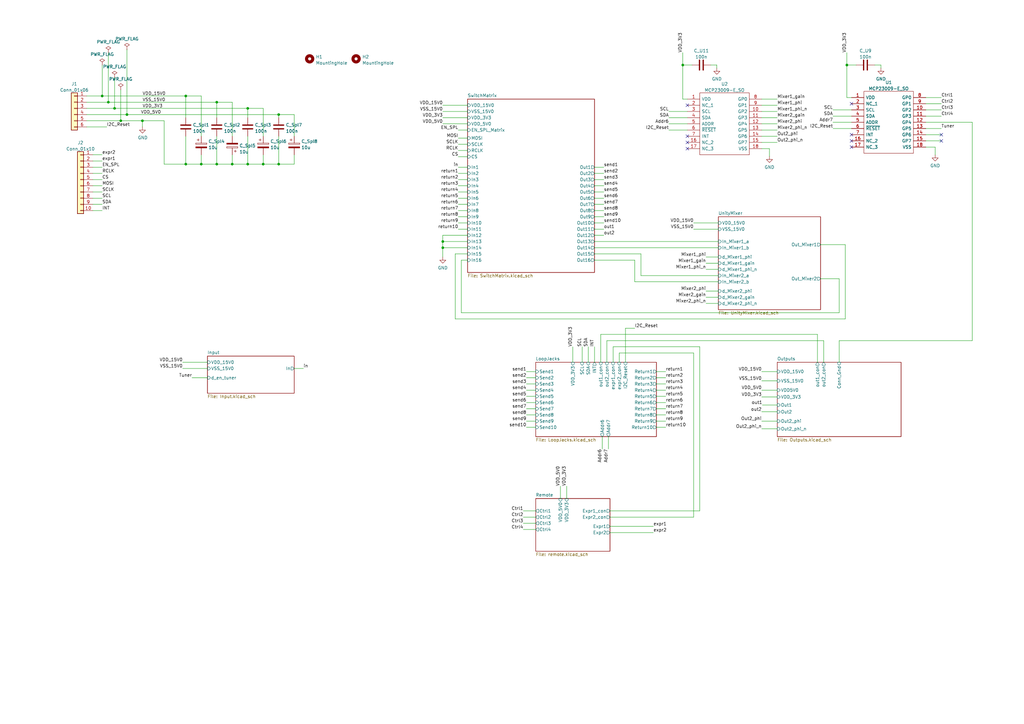
<source format=kicad_sch>
(kicad_sch (version 20211123) (generator eeschema)
  (paper "A3")
  (lib_symbols
    (symbol "Connector_Generic:Conn_01x06" (pin_names (offset 1.016) hide)
      (property "Reference" "J" (at 0 7.62 0))
      (property "Value" "Conn_01x06" (at 0 -10.16 0))
      (symbol "Conn_01x06_1_1"
        (rectangle (start -1.27 -7.493) (end 0 -7.747) (stroke (width 0.1524)))
        (rectangle (start -1.27 -4.953) (end 0 -5.207) (stroke (width 0.1524)))
        (rectangle (start -1.27 -2.413) (end 0 -2.667) (stroke (width 0.1524)))
        (rectangle (start -1.27 0.127) (end 0 -0.127) (stroke (width 0.1524)))
        (rectangle (start -1.27 2.667) (end 0 2.413) (stroke (width 0.1524)))
        (rectangle (start -1.27 5.207) (end 0 4.953) (stroke (width 0.1524)))
        (rectangle (start -1.27 6.35) (end 1.27 -8.89) (stroke (width 0.254)) (fill (type background)))
        (pin passive line (at -5.08 5.08 0) (length 3.81) (name "Pin_1") (number "1"))
        (pin passive line (at -5.08 2.54 0) (length 3.81) (name "Pin_2") (number "2"))
        (pin passive line (at -5.08 0 0) (length 3.81) (name "Pin_3") (number "3"))
        (pin passive line (at -5.08 -2.54 0) (length 3.81) (name "Pin_4") (number "4"))
        (pin passive line (at -5.08 -5.08 0) (length 3.81) (name "Pin_5") (number "5"))
        (pin passive line (at -5.08 -7.62 0) (length 3.81) (name "Pin_6") (number "6"))
      )
    )
    (symbol "Connector_Generic:Conn_01x10" (pin_names (offset 1.016) hide)
      (property "Reference" "J" (at 0 12.7 0))
      (property "Value" "Conn_01x10" (at 0 -15.24 0))
      (symbol "Conn_01x10_1_1"
        (rectangle (start -1.27 -12.573) (end 0 -12.827) (stroke (width 0.1524)))
        (rectangle (start -1.27 -10.033) (end 0 -10.287) (stroke (width 0.1524)))
        (rectangle (start -1.27 -7.493) (end 0 -7.747) (stroke (width 0.1524)))
        (rectangle (start -1.27 -4.953) (end 0 -5.207) (stroke (width 0.1524)))
        (rectangle (start -1.27 -2.413) (end 0 -2.667) (stroke (width 0.1524)))
        (rectangle (start -1.27 0.127) (end 0 -0.127) (stroke (width 0.1524)))
        (rectangle (start -1.27 2.667) (end 0 2.413) (stroke (width 0.1524)))
        (rectangle (start -1.27 5.207) (end 0 4.953) (stroke (width 0.1524)))
        (rectangle (start -1.27 7.747) (end 0 7.493) (stroke (width 0.1524)))
        (rectangle (start -1.27 10.287) (end 0 10.033) (stroke (width 0.1524)))
        (rectangle (start -1.27 11.43) (end 1.27 -13.97) (stroke (width 0.254)) (fill (type background)))
        (pin passive line (at -5.08 10.16 0) (length 3.81) (name "Pin_1") (number "1"))
        (pin passive line (at -5.08 -12.7 0) (length 3.81) (name "Pin_10") (number "10"))
        (pin passive line (at -5.08 7.62 0) (length 3.81) (name "Pin_2") (number "2"))
        (pin passive line (at -5.08 5.08 0) (length 3.81) (name "Pin_3") (number "3"))
        (pin passive line (at -5.08 2.54 0) (length 3.81) (name "Pin_4") (number "4"))
        (pin passive line (at -5.08 0 0) (length 3.81) (name "Pin_5") (number "5"))
        (pin passive line (at -5.08 -2.54 0) (length 3.81) (name "Pin_6") (number "6"))
        (pin passive line (at -5.08 -5.08 0) (length 3.81) (name "Pin_7") (number "7"))
        (pin passive line (at -5.08 -7.62 0) (length 3.81) (name "Pin_8") (number "8"))
        (pin passive line (at -5.08 -10.16 0) (length 3.81) (name "Pin_9") (number "9"))
      )
    )
    (symbol "Device:C" (pin_numbers hide) (pin_names (offset 0.254))
      (property "Reference" "C" (at 0.635 2.54 0))
      (property "Value" "C" (at 0.635 -2.54 0))
      (symbol "C_0_1"
        (polyline (pts (xy -2.032 -0.762) (xy 2.032 -0.762)) (stroke (width 0.508)))
        (polyline (pts (xy -2.032 0.762) (xy 2.032 0.762)) (stroke (width 0.508)))
      )
      (symbol "C_1_1"
        (pin passive line (at 0 3.81 270) (length 2.794) (name "~") (number "1"))
        (pin passive line (at 0 -3.81 90) (length 2.794) (name "~") (number "2"))
      )
    )
    (symbol "Device:C_Polarized" (pin_numbers hide) (pin_names (offset 0.254))
      (property "Reference" "C" (at 0.635 2.54 0))
      (property "Value" "C_Polarized" (at 0.635 -2.54 0))
      (symbol "C_Polarized_0_1"
        (rectangle (start -2.286 0.508) (end 2.286 1.016))
        (polyline (pts (xy -1.778 2.286) (xy -0.762 2.286)))
        (polyline (pts (xy -1.27 2.794) (xy -1.27 1.778)))
        (rectangle (start 2.286 -0.508) (end -2.286 -1.016) (fill (type outline)))
      )
      (symbol "C_Polarized_1_1"
        (pin passive line (at 0 3.81 270) (length 2.794) (name "~") (number "1"))
        (pin passive line (at 0 -3.81 90) (length 2.794) (name "~") (number "2"))
      )
    )
    (symbol "Mechanical:MountingHole" (pin_names (offset 1.016))
      (property "Reference" "H" (at 0 5.08 0))
      (property "Value" "MountingHole" (at 0 3.175 0))
      (symbol "MountingHole_0_1"
        (circle (center 0 0) (radius 1.27) (stroke (width 1.27)))
      )
    )
    (symbol "SamacSys_Parts:MCP23009-E_SO" (pin_names (offset 0.762))
      (property "Reference" "IC" (at 26.67 7.62 0))
      (property "Value" "MCP23009-E_SO" (at 26.67 5.08 0))
      (symbol "MCP23009-E_SO_0_0"
        (pin passive line (at 0 0 0) (length 5.08) (name "VDD") (number "1"))
        (pin passive line (at 30.48 -5.08 180) (length 5.08) (name "GP2") (number "10"))
        (pin passive line (at 30.48 -7.62 180) (length 5.08) (name "GP3") (number "11"))
        (pin passive line (at 30.48 -10.16 180) (length 5.08) (name "GP4") (number "12"))
        (pin passive line (at 30.48 -12.7 180) (length 5.08) (name "GP5") (number "13"))
        (pin passive line (at 30.48 -15.24 180) (length 5.08) (name "GP6") (number "14"))
        (pin passive line (at 30.48 -17.78 180) (length 5.08) (name "GP7") (number "15"))
        (pin passive line (at 0 -17.78 0) (length 5.08) (name "NC_2") (number "16"))
        (pin passive line (at 0 -20.32 0) (length 5.08) (name "NC_3") (number "17"))
        (pin passive line (at 30.48 -20.32 180) (length 5.08) (name "VSS") (number "18"))
        (pin passive line (at 0 -2.54 0) (length 5.08) (name "NC_1") (number "2"))
        (pin passive line (at 0 -5.08 0) (length 5.08) (name "SCL") (number "3"))
        (pin passive line (at 0 -7.62 0) (length 5.08) (name "SDA") (number "4"))
        (pin passive line (at 0 -10.16 0) (length 5.08) (name "ADDR") (number "5"))
        (pin passive line (at 0 -12.7 0) (length 5.08) (name "~{RESET}") (number "6"))
        (pin passive line (at 0 -15.24 0) (length 5.08) (name "INT") (number "7"))
        (pin passive line (at 30.48 0 180) (length 5.08) (name "GP0") (number "8"))
        (pin passive line (at 30.48 -2.54 180) (length 5.08) (name "GP1") (number "9"))
      )
      (symbol "MCP23009-E_SO_0_1"
        (polyline (pts (xy 5.08 2.54) (xy 25.4 2.54) (xy 25.4 -22.86) (xy 5.08 -22.86) (xy 5.08 2.54)) (stroke (width 0.1524)))
      )
    )
    (symbol "power:GND" (power) (pin_names (offset 0))
      (property "Value" "GND" (at 0 -3.81 0))
      (symbol "GND_0_1"
        (polyline (pts (xy 0 0) (xy 0 -1.27) (xy 1.27 -1.27) (xy 0 -2.54) (xy -1.27 -1.27) (xy 0 -1.27)))
      )
      (symbol "GND_1_1"
        (pin power_in line (at 0 0 270) (length 0) hide (name "GND") (number "1"))
      )
    )
    (symbol "power:PWR_FLAG" (power) (pin_numbers hide) (pin_names (offset 0) hide)
      (property "Value" "PWR_FLAG" (at 0 3.81 0))
      (symbol "PWR_FLAG_0_0"
        (pin power_out line (at 0 0 90) (length 0) (name "pwr") (number "1"))
      )
      (symbol "PWR_FLAG_0_1"
        (polyline (pts (xy 0 0) (xy 0 1.27) (xy -1.016 1.905) (xy 0 2.54) (xy 1.016 1.905) (xy 0 1.27)))
      )
    )
  )
  (junction (at 76.2 67.31))
  (junction (at 101.6 44.45))
  (junction (at 114.3 46.99))
  (junction (at 107.95 67.31))
  (junction (at 41.91 39.37))
  (junction (at 88.9 67.31))
  (junction (at 58.42 49.53))
  (junction (at 46.99 44.45))
  (junction (at 76.2 39.37))
  (junction (at 101.6 67.31))
  (junction (at 181.61 101.6))
  (junction (at 347.345 26.67))
  (junction (at 181.61 99.06))
  (junction (at 280.035 26.67))
  (junction (at 95.25 67.31))
  (junction (at 52.07 46.99))
  (junction (at 114.3 67.31))
  (junction (at 44.45 41.91))
  (junction (at 49.53 49.53))
  (junction (at 82.55 67.31))
  (junction (at 88.9 41.91))
  (no_connect (at 281.94 58.42))
  (no_connect (at 281.94 60.96))
  (no_connect (at 281.94 55.88))
  (no_connect (at 386.08 55.245))
  (no_connect (at 386.08 57.785))
  (no_connect (at 349.25 57.785))
  (no_connect (at 349.25 55.245))
  (no_connect (at 349.25 60.325))
  (no_connect (at 281.94 43.18))
  (no_connect (at 349.25 42.545))
  (wire (pts (xy 214.63 209.55) (xy 219.71 209.55)))
  (wire (pts (xy 38.1 73.66) (xy 41.91 73.66)))
  (wire (pts (xy 289.56 124.46) (xy 294.64 124.46)))
  (wire (pts (xy 312.42 60.96) (xy 315.595 60.96)))
  (wire (pts (xy 243.84 91.44) (xy 247.65 91.44)))
  (wire (pts (xy 38.1 66.04) (xy 41.91 66.04)))
  (wire (pts (xy 124.46 151.13) (xy 120.65 151.13)))
  (wire (pts (xy 243.84 93.98) (xy 247.65 93.98)))
  (wire (pts (xy 95.25 63.5) (xy 95.25 67.31)))
  (wire (pts (xy 214.63 212.09) (xy 219.71 212.09)))
  (wire (pts (xy 191.77 45.72) (xy 181.61 45.72)))
  (wire (pts (xy 107.95 67.31) (xy 114.3 67.31)))
  (wire (pts (xy 219.71 167.64) (xy 215.9 167.64)))
  (wire (pts (xy 344.17 128.27) (xy 189.23 128.27)))
  (wire (pts (xy 101.6 44.45) (xy 107.95 44.45)))
  (wire (pts (xy 85.09 154.94) (xy 78.74 154.94)))
  (wire (pts (xy 52.07 20.32) (xy 52.07 46.99)))
  (wire (pts (xy 243.84 81.28) (xy 247.65 81.28)))
  (wire (pts (xy 250.19 212.09) (xy 284.48 212.09)))
  (wire (pts (xy 273.05 165.1) (xy 269.24 165.1)))
  (wire (pts (xy 181.61 96.52) (xy 181.61 99.06)))
  (wire (pts (xy 82.55 39.37) (xy 82.55 55.88)))
  (wire (pts (xy 243.84 96.52) (xy 247.65 96.52)))
  (wire (pts (xy 243.84 83.82) (xy 247.65 83.82)))
  (wire (pts (xy 38.1 68.58) (xy 41.91 68.58)))
  (wire (pts (xy 95.25 67.31) (xy 101.6 67.31)))
  (wire (pts (xy 318.77 58.42) (xy 312.42 58.42)))
  (wire (pts (xy 254 148.59) (xy 254 144.78)))
  (wire (pts (xy 191.77 56.642) (xy 187.96 56.642)))
  (wire (pts (xy 35.56 46.99) (xy 52.07 46.99)))
  (wire (pts (xy 219.71 172.72) (xy 215.9 172.72)))
  (wire (pts (xy 273.05 175.26) (xy 269.24 175.26)))
  (wire (pts (xy 273.05 162.56) (xy 269.24 162.56)))
  (wire (pts (xy 114.3 46.99) (xy 114.3 48.26)))
  (wire (pts (xy 238.76 142.24) (xy 238.76 148.59)))
  (wire (pts (xy 379.73 42.545) (xy 386.08 42.545)))
  (wire (pts (xy 67.31 49.53) (xy 67.31 67.31)))
  (wire (pts (xy 191.77 53.34) (xy 187.96 53.34)))
  (wire (pts (xy 187.96 71.12) (xy 191.77 71.12)))
  (wire (pts (xy 191.77 61.722) (xy 187.96 61.722)))
  (wire (pts (xy 251.46 148.59) (xy 251.46 142.24)))
  (wire (pts (xy 273.05 172.72) (xy 269.24 172.72)))
  (wire (pts (xy 35.56 49.53) (xy 49.53 49.53)))
  (wire (pts (xy 52.07 46.99) (xy 114.3 46.99)))
  (wire (pts (xy 294.64 93.98) (xy 284.48 93.98)))
  (wire (pts (xy 347.345 26.67) (xy 347.345 40.005)))
  (wire (pts (xy 243.84 88.9) (xy 247.65 88.9)))
  (wire (pts (xy 246.38 148.59) (xy 246.38 137.16)))
  (wire (pts (xy 46.99 44.45) (xy 101.6 44.45)))
  (wire (pts (xy 383.54 60.325) (xy 383.54 63.5)))
  (wire (pts (xy 262.89 113.03) (xy 294.64 113.03)))
  (wire (pts (xy 361.315 27.94) (xy 361.315 26.67)))
  (wire (pts (xy 241.3 142.24) (xy 241.3 148.59)))
  (wire (pts (xy 191.77 43.18) (xy 181.61 43.18)))
  (wire (pts (xy 187.96 88.9) (xy 191.77 88.9)))
  (wire (pts (xy 344.17 139.7) (xy 398.78 139.7)))
  (wire (pts (xy 219.71 170.18) (xy 215.9 170.18)))
  (wire (pts (xy 273.05 152.4) (xy 269.24 152.4)))
  (wire (pts (xy 248.92 139.7) (xy 248.92 148.59)))
  (wire (pts (xy 336.55 114.3) (xy 344.17 114.3)))
  (wire (pts (xy 280.035 21.59) (xy 280.035 26.67)))
  (wire (pts (xy 249.555 179.07) (xy 249.555 184.15)))
  (wire (pts (xy 312.42 162.814) (xy 318.77 162.814)))
  (wire (pts (xy 273.05 157.48) (xy 269.24 157.48)))
  (wire (pts (xy 361.315 26.67) (xy 358.775 26.67)))
  (wire (pts (xy 107.95 67.31) (xy 107.95 63.5)))
  (wire (pts (xy 243.84 106.68) (xy 260.35 106.68)))
  (wire (pts (xy 262.89 104.14) (xy 262.89 113.03)))
  (wire (pts (xy 187.96 83.82) (xy 191.77 83.82)))
  (wire (pts (xy 214.63 214.63) (xy 219.71 214.63)))
  (wire (pts (xy 114.3 67.31) (xy 120.65 67.31)))
  (wire (pts (xy 379.73 45.085) (xy 386.08 45.085)))
  (wire (pts (xy 114.3 46.99) (xy 120.65 46.99)))
  (wire (pts (xy 181.61 105.41) (xy 181.61 101.6)))
  (wire (pts (xy 191.77 59.182) (xy 187.96 59.182)))
  (wire (pts (xy 88.9 55.88) (xy 88.9 67.31)))
  (wire (pts (xy 187.96 73.66) (xy 191.77 73.66)))
  (wire (pts (xy 49.53 49.53) (xy 58.42 49.53)))
  (wire (pts (xy 379.73 47.625) (xy 386.08 47.625)))
  (wire (pts (xy 274.32 48.26) (xy 281.94 48.26)))
  (wire (pts (xy 187.96 93.98) (xy 191.77 93.98)))
  (wire (pts (xy 82.55 63.5) (xy 82.55 67.31)))
  (wire (pts (xy 294.64 91.44) (xy 284.48 91.44)))
  (wire (pts (xy 191.77 50.8) (xy 181.61 50.8)))
  (wire (pts (xy 38.1 76.2) (xy 41.91 76.2)))
  (wire (pts (xy 243.84 99.06) (xy 294.64 99.06)))
  (wire (pts (xy 101.6 67.31) (xy 107.95 67.31)))
  (wire (pts (xy 256.54 148.59) (xy 256.54 134.62)))
  (wire (pts (xy 243.84 142.24) (xy 243.84 148.59)))
  (wire (pts (xy 191.77 64.262) (xy 187.96 64.262)))
  (wire (pts (xy 312.42 172.72) (xy 318.77 172.72)))
  (wire (pts (xy 379.73 55.245) (xy 386.08 55.245)))
  (wire (pts (xy 315.595 60.96) (xy 315.595 64.135)))
  (wire (pts (xy 187.96 76.2) (xy 191.77 76.2)))
  (wire (pts (xy 312.42 175.895) (xy 318.77 175.895)))
  (wire (pts (xy 349.25 40.005) (xy 347.345 40.005)))
  (wire (pts (xy 273.05 160.02) (xy 269.24 160.02)))
  (wire (pts (xy 219.71 175.26) (xy 215.9 175.26)))
  (wire (pts (xy 88.9 41.91) (xy 88.9 48.26)))
  (wire (pts (xy 294.005 26.67) (xy 291.465 26.67)))
  (wire (pts (xy 219.71 157.48) (xy 215.9 157.48)))
  (wire (pts (xy 287.02 142.24) (xy 287.02 209.55)))
  (wire (pts (xy 38.1 83.82) (xy 41.91 83.82)))
  (wire (pts (xy 76.2 67.31) (xy 82.55 67.31)))
  (wire (pts (xy 280.035 26.67) (xy 283.845 26.67)))
  (wire (pts (xy 346.71 130.81) (xy 186.69 130.81)))
  (wire (pts (xy 58.42 49.53) (xy 58.42 52.07)))
  (wire (pts (xy 38.1 81.28) (xy 41.91 81.28)))
  (wire (pts (xy 337.82 139.7) (xy 248.92 139.7)))
  (wire (pts (xy 246.38 137.16) (xy 335.28 137.16)))
  (wire (pts (xy 232.41 199.39) (xy 232.41 204.47)))
  (wire (pts (xy 88.9 41.91) (xy 95.25 41.91)))
  (wire (pts (xy 318.77 45.72) (xy 312.42 45.72)))
  (wire (pts (xy 38.1 78.74) (xy 41.91 78.74)))
  (wire (pts (xy 181.61 99.06) (xy 181.61 101.6)))
  (wire (pts (xy 379.73 52.705) (xy 386.08 52.705)))
  (wire (pts (xy 312.42 40.64) (xy 318.77 40.64)))
  (wire (pts (xy 280.035 26.67) (xy 280.035 40.64)))
  (wire (pts (xy 107.95 44.45) (xy 107.95 55.88)))
  (wire (pts (xy 35.56 41.91) (xy 44.45 41.91)))
  (wire (pts (xy 312.42 152.4) (xy 318.77 152.4)))
  (wire (pts (xy 76.2 55.88) (xy 76.2 67.31)))
  (wire (pts (xy 229.87 199.39) (xy 229.87 204.47)))
  (wire (pts (xy 120.65 67.31) (xy 120.65 63.5)))
  (wire (pts (xy 347.345 21.59) (xy 347.345 26.67)))
  (wire (pts (xy 260.35 106.68) (xy 260.35 115.57)))
  (wire (pts (xy 341.63 47.625) (xy 349.25 47.625)))
  (wire (pts (xy 76.2 39.37) (xy 76.2 48.26)))
  (wire (pts (xy 82.55 67.31) (xy 88.9 67.31)))
  (wire (pts (xy 260.35 115.57) (xy 294.64 115.57)))
  (wire (pts (xy 101.6 55.88) (xy 101.6 67.31)))
  (wire (pts (xy 243.84 104.14) (xy 262.89 104.14)))
  (wire (pts (xy 219.71 152.4) (xy 215.9 152.4)))
  (wire (pts (xy 336.55 100.33) (xy 346.71 100.33)))
  (wire (pts (xy 38.1 63.5) (xy 41.91 63.5)))
  (wire (pts (xy 219.71 160.02) (xy 215.9 160.02)))
  (wire (pts (xy 289.56 121.92) (xy 294.64 121.92)))
  (wire (pts (xy 187.96 86.36) (xy 191.77 86.36)))
  (wire (pts (xy 101.6 44.45) (xy 101.6 48.26)))
  (wire (pts (xy 289.56 119.38) (xy 294.64 119.38)))
  (wire (pts (xy 273.05 154.94) (xy 269.24 154.94)))
  (wire (pts (xy 243.84 71.12) (xy 247.65 71.12)))
  (wire (pts (xy 273.05 170.18) (xy 269.24 170.18)))
  (wire (pts (xy 41.91 39.37) (xy 76.2 39.37)))
  (wire (pts (xy 114.3 55.88) (xy 114.3 67.31)))
  (wire (pts (xy 181.61 99.06) (xy 191.77 99.06)))
  (wire (pts (xy 243.84 76.2) (xy 247.65 76.2)))
  (wire (pts (xy 35.56 39.37) (xy 41.91 39.37)))
  (wire (pts (xy 250.19 218.44) (xy 267.97 218.44)))
  (wire (pts (xy 379.73 50.165) (xy 398.78 50.165)))
  (wire (pts (xy 344.17 114.3) (xy 344.17 128.27)))
  (wire (pts (xy 44.45 41.91) (xy 88.9 41.91)))
  (wire (pts (xy 247.015 179.07) (xy 247.015 184.15)))
  (wire (pts (xy 219.71 162.56) (xy 215.9 162.56)))
  (wire (pts (xy 273.05 167.64) (xy 269.24 167.64)))
  (wire (pts (xy 85.09 151.13) (xy 74.93 151.13)))
  (wire (pts (xy 312.42 50.8) (xy 318.77 50.8)))
  (wire (pts (xy 219.71 165.1) (xy 215.9 165.1)))
  (wire (pts (xy 44.45 21.59) (xy 44.45 41.91)))
  (wire (pts (xy 187.96 81.28) (xy 191.77 81.28)))
  (wire (pts (xy 38.1 71.12) (xy 41.91 71.12)))
  (wire (pts (xy 289.56 107.95) (xy 294.64 107.95)))
  (wire (pts (xy 341.63 52.705) (xy 349.25 52.705)))
  (wire (pts (xy 187.96 91.44) (xy 191.77 91.44)))
  (wire (pts (xy 312.42 156.21) (xy 318.77 156.21)))
  (wire (pts (xy 76.2 39.37) (xy 82.55 39.37)))
  (wire (pts (xy 274.32 50.8) (xy 281.94 50.8)))
  (wire (pts (xy 256.54 134.62) (xy 260.35 134.62)))
  (wire (pts (xy 186.69 130.81) (xy 186.69 104.14)))
  (wire (pts (xy 274.32 45.72) (xy 281.94 45.72)))
  (wire (pts (xy 187.96 68.58) (xy 191.77 68.58)))
  (wire (pts (xy 41.91 26.67) (xy 41.91 39.37)))
  (wire (pts (xy 219.71 154.94) (xy 215.9 154.94)))
  (wire (pts (xy 250.19 209.55) (xy 287.02 209.55)))
  (wire (pts (xy 189.23 128.27) (xy 189.23 106.68)))
  (wire (pts (xy 49.53 36.83) (xy 49.53 49.53)))
  (wire (pts (xy 289.56 110.49) (xy 294.64 110.49)))
  (wire (pts (xy 181.61 96.52) (xy 191.77 96.52)))
  (wire (pts (xy 243.84 101.6) (xy 294.64 101.6)))
  (wire (pts (xy 243.84 86.36) (xy 247.65 86.36)))
  (wire (pts (xy 191.77 48.26) (xy 181.61 48.26)))
  (wire (pts (xy 294.005 27.94) (xy 294.005 26.67)))
  (wire (pts (xy 186.69 104.14) (xy 191.77 104.14)))
  (wire (pts (xy 181.61 101.6) (xy 191.77 101.6)))
  (wire (pts (xy 243.84 73.66) (xy 247.65 73.66)))
  (wire (pts (xy 214.63 217.17) (xy 219.71 217.17)))
  (wire (pts (xy 312.42 55.88) (xy 318.77 55.88)))
  (wire (pts (xy 35.56 44.45) (xy 46.99 44.45)))
  (wire (pts (xy 312.42 48.26) (xy 318.77 48.26)))
  (wire (pts (xy 46.99 31.75) (xy 46.99 44.45)))
  (wire (pts (xy 312.674 166.116) (xy 318.77 166.116)))
  (wire (pts (xy 274.32 53.34) (xy 281.94 53.34)))
  (wire (pts (xy 318.77 53.34) (xy 312.42 53.34)))
  (wire (pts (xy 35.56 52.07) (xy 43.815 52.07)))
  (wire (pts (xy 95.25 41.91) (xy 95.25 55.88)))
  (wire (pts (xy 254 144.78) (xy 284.48 144.78)))
  (wire (pts (xy 88.9 67.31) (xy 95.25 67.31)))
  (wire (pts (xy 341.63 45.085) (xy 349.25 45.085)))
  (wire (pts (xy 284.48 144.78) (xy 284.48 212.09)))
  (wire (pts (xy 243.84 78.74) (xy 247.65 78.74)))
  (wire (pts (xy 251.46 142.24) (xy 287.02 142.24)))
  (wire (pts (xy 58.42 49.53) (xy 67.31 49.53)))
  (wire (pts (xy 337.82 148.59) (xy 337.82 139.7)))
  (wire (pts (xy 379.73 40.005) (xy 386.08 40.005)))
  (wire (pts (xy 243.84 68.58) (xy 247.65 68.58)))
  (wire (pts (xy 346.71 100.33) (xy 346.71 130.81)))
  (wire (pts (xy 187.96 78.74) (xy 191.77 78.74)))
  (wire (pts (xy 120.65 46.99) (xy 120.65 55.88)))
  (wire (pts (xy 234.95 142.24) (xy 234.95 148.59)))
  (wire (pts (xy 67.31 67.31) (xy 76.2 67.31)))
  (wire (pts (xy 189.23 106.68) (xy 191.77 106.68)))
  (wire (pts (xy 250.19 215.9) (xy 267.97 215.9)))
  (wire (pts (xy 85.09 148.59) (xy 74.93 148.59)))
  (wire (pts (xy 289.56 105.41) (xy 294.64 105.41)))
  (wire (pts (xy 312.42 160.02) (xy 318.77 160.02)))
  (wire (pts (xy 335.28 137.16) (xy 335.28 148.59)))
  (wire (pts (xy 341.63 50.165) (xy 349.25 50.165)))
  (wire (pts (xy 347.345 26.67) (xy 351.155 26.67)))
  (wire (pts (xy 379.73 57.785) (xy 386.08 57.785)))
  (wire (pts (xy 379.73 60.325) (xy 383.54 60.325)))
  (wire (pts (xy 312.42 43.18) (xy 318.77 43.18)))
  (wire (pts (xy 312.42 168.91) (xy 318.77 168.91)))
  (wire (pts (xy 38.1 86.36) (xy 41.91 86.36)))
  (wire (pts (xy 398.78 50.165) (xy 398.78 139.7)))
  (wire (pts (xy 344.17 148.59) (xy 344.17 139.7)))
  (wire (pts (xy 280.035 40.64) (xy 281.94 40.64)))
  (label "INT" (at 41.91 86.36 0))
  (label "return5" (at 187.96 81.28 180))
  (label "return5" (at 273.05 162.56 0))
  (label "Mixer2_phi" (at 318.77 50.8 0))
  (label "send8" (at 215.9 170.18 180))
  (label "expr1" (at 267.97 215.9 0))
  (label "send2" (at 215.9 154.94 180))
  (label "SCLK" (at 187.96 59.182 180))
  (label "Mixer1_gain" (at 318.77 40.64 0))
  (label "send9" (at 247.65 88.9 0))
  (label "Mixer1_gain" (at 289.56 107.95 180))
  (label "EN_SPL" (at 187.96 53.34 180))
  (label "SDA" (at 274.32 48.26 180))
  (label "return1" (at 187.96 71.12 180))
  (label "VSS_15V0" (at 58.42 41.91 0))
  (label "send6" (at 247.65 81.28 0))
  (label "Out2_phi" (at 318.77 55.88 0))
  (label "out2" (at 312.42 168.91 180))
  (label "VDD_15V0" (at 74.93 148.59 180))
  (label "send4" (at 215.9 160.02 180))
  (label "SDA" (at 41.91 83.82 0))
  (label "return1" (at 273.05 152.4 0))
  (label "SDA" (at 241.3 142.24 90))
  (label "Mixer2_phi" (at 289.56 119.38 180))
  (label "send8" (at 247.65 86.36 0))
  (label "CS" (at 41.91 73.66 0))
  (label "Ctrl3" (at 214.63 214.63 180))
  (label "send5" (at 215.9 162.56 180))
  (label "SCL" (at 238.76 142.24 90))
  (label "VDD_3V3" (at 312.42 162.814 180))
  (label "expr1" (at 41.91 66.04 0))
  (label "VSS_15V0" (at 312.42 156.21 180))
  (label "VSS_15V0" (at 181.61 45.72 180))
  (label "SCLK" (at 41.91 78.74 0))
  (label "VDD_3V3" (at 280.035 21.59 90))
  (label "Addr7" (at 249.555 184.15 270))
  (label "send1" (at 247.65 68.58 0))
  (label "return10" (at 187.96 93.98 180))
  (label "return4" (at 273.05 160.02 0))
  (label "VDD_3V3" (at 234.95 142.24 90))
  (label "send3" (at 215.9 157.48 180))
  (label "VDD_5V0" (at 312.42 160.02 180))
  (label "out2" (at 247.65 96.52 0))
  (label "return3" (at 273.05 157.48 0))
  (label "Out2_phi_n" (at 318.77 58.42 0))
  (label "send6" (at 215.9 165.1 180))
  (label "INT" (at 243.84 142.24 90))
  (label "Mixer2_phi_n" (at 289.56 124.46 180))
  (label "Addr7" (at 341.63 50.165 180))
  (label "Tuner" (at 386.08 52.705 0))
  (label "VDD_5V0" (at 229.87 199.39 90))
  (label "Ctrl1" (at 386.08 40.005 0))
  (label "expr2" (at 267.97 218.44 0))
  (label "return2" (at 273.05 154.94 0))
  (label "Tuner" (at 78.74 154.94 180))
  (label "return6" (at 187.96 83.82 180))
  (label "Ctrl3" (at 386.08 45.085 0))
  (label "Mixer2_phi_n" (at 318.77 53.34 0))
  (label "send5" (at 247.65 78.74 0))
  (label "out1" (at 312.674 166.116 180))
  (label "return7" (at 273.05 167.64 0))
  (label "SDA" (at 341.63 47.625 180))
  (label "Mixer2_gain" (at 289.56 121.92 180))
  (label "VDD_5V0" (at 181.61 50.8 180))
  (label "out1" (at 247.65 93.98 0))
  (label "RCLK" (at 187.96 61.722 180))
  (label "send7" (at 215.9 167.64 180))
  (label "return10" (at 273.05 175.26 0))
  (label "Mixer1_phi_n" (at 318.77 45.72 0))
  (label "Ctrl4" (at 214.63 217.17 180))
  (label "send7" (at 247.65 83.82 0))
  (label "Mixer1_phi" (at 289.56 105.41 180))
  (label "return2" (at 187.96 73.66 180))
  (label "EN_SPL" (at 41.91 68.58 0))
  (label "VDD_5V0" (at 66.04 46.99 180))
  (label "Mixer2_gain" (at 318.77 48.26 0))
  (label "return7" (at 187.96 86.36 180))
  (label "Ctrl4" (at 386.08 47.625 0))
  (label "send10" (at 247.65 91.44 0))
  (label "Ctrl2" (at 386.08 42.545 0))
  (label "MOSI" (at 41.91 76.2 0))
  (label "send1" (at 215.9 152.4 180))
  (label "VDD_15V0" (at 181.61 43.18 180))
  (label "Mixer1_phi" (at 318.77 43.18 0))
  (label "VDD_15V0" (at 284.48 91.44 180))
  (label "Out2_phi_n" (at 312.42 175.895 180))
  (label "send4" (at 247.65 76.2 0))
  (label "MOSI" (at 187.96 56.642 180))
  (label "return9" (at 273.05 172.72 0))
  (label "VDD_3V3" (at 58.42 44.45 0))
  (label "SCL" (at 41.91 81.28 0))
  (label "VSS_15V0" (at 74.93 151.13 180))
  (label "Ctrl2" (at 214.63 212.09 180))
  (label "in" (at 187.96 68.58 180))
  (label "I2C_Reset" (at 260.35 134.62 0))
  (label "return6" (at 273.05 165.1 0))
  (label "VDD_3V3" (at 347.345 21.59 90))
  (label "Mixer1_phi_n" (at 289.56 110.49 180))
  (label "Addr6" (at 247.015 184.15 270))
  (label "send9" (at 215.9 172.72 180))
  (label "send10" (at 215.9 175.26 180))
  (label "return8" (at 187.96 88.9 180))
  (label "SCL" (at 341.63 45.085 180))
  (label "send2" (at 247.65 71.12 0))
  (label "RCLK" (at 41.91 71.12 0))
  (label "in" (at 124.46 151.13 0))
  (label "Ctrl1" (at 214.63 209.55 180))
  (label "return9" (at 187.96 91.44 180))
  (label "Out2_phi" (at 312.42 172.72 180))
  (label "VDD_3V3" (at 181.61 48.26 180))
  (label "expr2" (at 41.91 63.5 0))
  (label "VDD_15V0" (at 312.42 152.4 180))
  (label "I2C_Reset" (at 341.63 52.705 180))
  (label "Addr6" (at 274.32 50.8 180))
  (label "VDD_15V0" (at 58.42 39.37 0))
  (label "send3" (at 247.65 73.66 0))
  (label "return4" (at 187.96 78.74 180))
  (label "VDD_3V3" (at 232.41 199.39 90))
  (label "I2C_Reset" (at 274.32 53.34 180))
  (label "return8" (at 273.05 170.18 0))
  (label "VSS_15V0" (at 284.48 93.98 180))
  (label "I2C_Reset" (at 43.815 52.07 0))
  (label "return3" (at 187.96 76.2 180))
  (label "CS" (at 187.96 64.262 180))
  (label "SCL" (at 274.32 45.72 180))
  (symbol (lib_id "power:GND") (at 58.42 52.07 0) (unit 1)
    (property "Reference" "#PWR0125" (effects hide))
    (property "Value" "GND" (at 58.547 56.4642 0))
  )
  (symbol (lib_id "power:PWR_FLAG") (at 41.91 26.67 0) (unit 1)
    (property "Reference" "#FLG0101" (effects hide))
    (property "Value" "PWR_FLAG" (at 41.91 22.2758 0))
  )
  (symbol (lib_id "power:PWR_FLAG") (at 44.45 21.59 0) (unit 1)
    (property "Reference" "#FLG0102" (effects hide))
    (property "Value" "PWR_FLAG" (at 44.45 17.1958 0))
  )
  (symbol (lib_id "power:PWR_FLAG") (at 46.99 31.75 0) (unit 1)
    (property "Reference" "#FLG0103" (effects hide))
    (property "Value" "PWR_FLAG" (at 46.99 27.3558 0))
  )
  (symbol (lib_id "power:PWR_FLAG") (at 49.53 36.83 0) (unit 1)
    (property "Reference" "#FLG0104" (effects hide))
    (property "Value" "PWR_FLAG" (at 49.53 32.4358 0))
  )
  (symbol (lib_id "power:GND") (at 383.54 63.5 0) (unit 1)
    (property "Reference" "#PWR076" (effects hide))
    (property "Value" "GND" (at 383.54 67.9434 0))
  )
  (symbol (lib_id "Device:C_Polarized") (at 120.65 59.69 0) (unit 1)
    (property "Reference" "C_Spl8" (at 123.571 57.9663 0) (effects (justify left)))
    (property "Value" "10u" (at 123.571 60.5032 0) (effects (justify left)))
    (property "Footprint" "Capacitor_SMD:C_Elec_4x5.4" (effects hide))
  )
  (symbol (lib_id "Connector_Generic:Conn_01x10") (at 33.02 73.66 0) (mirror y) (unit 1)
    (property "Reference" "J2" (at 33.02 58.5302 0))
    (property "Value" "Conn_01x10" (at 33.02 61.0671 0))
    (property "Footprint" "Connector_JST:JST_PH_B10B-PH-K_1x10_P2.00mm_Vertical" (effects hide))
  )
  (symbol (lib_id "Device:C") (at 76.2 52.07 0) (unit 1)
    (property "Reference" "C_Spl1" (at 79.121 51.2353 0) (effects (justify left)))
    (property "Value" "100n" (at 79.121 53.7722 0) (effects (justify left)))
    (property "Footprint" "Capacitor_SMD:C_1206_3216Metric_Pad1.33x1.80mm_HandSolder" (effects hide))
  )
  (symbol (lib_id "Device:C") (at 354.965 26.67 90) (unit 1)
    (property "Reference" "C_U9" (at 354.965 20.8112 90))
    (property "Value" "100n" (at 354.965 23.3481 90))
    (property "Footprint" "Capacitor_SMD:C_1206_3216Metric_Pad1.33x1.80mm_HandSolder" (effects hide))
  )
  (symbol (lib_id "SamacSys_Parts:MCP23009-E_SO") (at 281.94 40.64 0) (unit 1)
    (property "Reference" "U2" (at 297.18 34.451 0))
    (property "Value" "MCP23009-E_SO" (at 297.18 36.9879 0))
    (property "Footprint" "SamacSys_Parts:SOIC127P1030X265-18N" (effects hide))
    (property "Datasheet" "http://ww1.microchip.com/downloads/en/DeviceDoc/20002121C.pdf" (effects hide))
    (property "Description" "8-bit Input/Output Expander, I2C" (effects hide))
    (property "Height" "2.65" (effects hide))
    (property "Manufacturer_Name" "Microchip" (effects hide))
    (property "Manufacturer_Part_Number" "MCP23009-E/SO" (effects hide))
    (property "Mouser Part Number" "579-MCP23009-E/SO" (effects hide))
    (property "Mouser Price/Stock" "https://www.mouser.co.uk/ProductDetail/Microchip-Technology/MCP23009-E-SO?qs=WqWCsLCZBkrVROuSvxwQ1Q%3D%3D" (effects hide))
    (property "Arrow Part Number" "MCP23009-E/SO" (effects hide))
    (property "Arrow Price/Stock" "https://www.arrow.com/en/products/mcp23009-eso/microchip-technology?region=nac" (effects hide))
  )
  (symbol (lib_id "Mechanical:MountingHole") (at 146.05 24.13 0) (unit 1)
    (property "Reference" "H2" (at 148.59 23.2953 0) (effects (justify left)))
    (property "Value" "MountingHole" (at 148.59 25.8322 0) (effects (justify left)))
    (property "Footprint" "MountingHole:MountingHole_3.2mm_M3" (effects hide))
  )
  (symbol (lib_id "Device:C") (at 114.3 52.07 0) (unit 1)
    (property "Reference" "C_Spl7" (at 117.221 51.2353 0) (effects (justify left)))
    (property "Value" "100n" (at 117.221 53.7722 0) (effects (justify left)))
    (property "Footprint" "Capacitor_SMD:C_1206_3216Metric_Pad1.33x1.80mm_HandSolder" (effects hide))
  )
  (symbol (lib_id "Device:C") (at 88.9 52.07 0) (unit 1)
    (property "Reference" "C_Spl2" (at 91.821 51.2353 0) (effects (justify left)))
    (property "Value" "100n" (at 91.821 53.7722 0) (effects (justify left)))
    (property "Footprint" "Capacitor_SMD:C_1206_3216Metric_Pad1.33x1.80mm_HandSolder" (effects hide))
  )
  (symbol (lib_id "power:GND") (at 181.61 105.41 0) (unit 1)
    (property "Reference" "#PWR013" (effects hide))
    (property "Value" "GND" (at 181.61 109.8534 0))
  )
  (symbol (lib_id "Device:C") (at 101.6 52.07 0) (unit 1)
    (property "Reference" "C_Spl3" (at 104.521 51.2353 0) (effects (justify left)))
    (property "Value" "100n" (at 104.521 53.7722 0) (effects (justify left)))
    (property "Footprint" "Capacitor_SMD:C_1206_3216Metric_Pad1.33x1.80mm_HandSolder" (effects hide))
  )
  (symbol (lib_id "power:GND") (at 315.595 64.135 0) (unit 1)
    (property "Reference" "#PWR014" (effects hide))
    (property "Value" "GND" (at 315.595 68.5784 0))
  )
  (symbol (lib_id "power:PWR_FLAG") (at 52.07 20.32 0) (unit 1)
    (property "Reference" "#FLG01" (effects hide))
    (property "Value" "PWR_FLAG" (at 52.07 15.9258 0))
  )
  (symbol (lib_id "power:GND") (at 294.005 27.94 0) (unit 1)
    (property "Reference" "#PWR015" (effects hide))
    (property "Value" "GND" (at 294.005 32.3834 0))
  )
  (symbol (lib_id "SamacSys_Parts:MCP23009-E_SO") (at 349.25 40.005 0) (unit 1)
    (property "Reference" "U1" (at 364.49 33.816 0))
    (property "Value" "MCP23009-E_SO" (at 364.49 36.3529 0))
    (property "Footprint" "SamacSys_Parts:SOIC127P1030X265-18N" (effects hide))
    (property "Datasheet" "http://ww1.microchip.com/downloads/en/DeviceDoc/20002121C.pdf" (effects hide))
    (property "Description" "8-bit Input/Output Expander, I2C" (effects hide))
    (property "Height" "2.65" (effects hide))
    (property "Manufacturer_Name" "Microchip" (effects hide))
    (property "Manufacturer_Part_Number" "MCP23009-E/SO" (effects hide))
    (property "Mouser Part Number" "579-MCP23009-E/SO" (effects hide))
    (property "Mouser Price/Stock" "https://www.mouser.co.uk/ProductDetail/Microchip-Technology/MCP23009-E-SO?qs=WqWCsLCZBkrVROuSvxwQ1Q%3D%3D" (effects hide))
    (property "Arrow Part Number" "MCP23009-E/SO" (effects hide))
    (property "Arrow Price/Stock" "https://www.arrow.com/en/products/mcp23009-eso/microchip-technology?region=nac" (effects hide))
  )
  (symbol (lib_id "Connector_Generic:Conn_01x06") (at 30.48 44.45 0) (mirror y) (unit 1)
    (property "Reference" "J1" (at 30.48 34.4002 0))
    (property "Value" "Conn_01x06" (at 30.48 36.9371 0))
    (property "Footprint" "Connector_JST:JST_PH_B6B-PH-K_1x06_P2.00mm_Vertical" (effects hide))
  )
  (symbol (lib_id "Device:C_Polarized") (at 95.25 59.69 180) (unit 1)
    (property "Reference" "C_Spl5" (at 98.171 59.7443 0) (effects (justify right)))
    (property "Value" "10u" (at 98.171 62.2812 0) (effects (justify right)))
    (property "Footprint" "Capacitor_SMD:C_Elec_4x5.4" (effects hide))
  )
  (symbol (lib_id "Device:C_Polarized") (at 107.95 59.69 0) (unit 1)
    (property "Reference" "C_Spl6" (at 110.871 57.9663 0) (effects (justify left)))
    (property "Value" "10u" (at 110.871 60.5032 0) (effects (justify left)))
    (property "Footprint" "Capacitor_SMD:C_Elec_4x5.4" (effects hide))
  )
  (symbol (lib_id "Device:C") (at 287.655 26.67 90) (unit 1)
    (property "Reference" "C_U11" (at 287.655 20.8112 90))
    (property "Value" "100n" (at 287.655 23.3481 90))
    (property "Footprint" "Capacitor_SMD:C_1206_3216Metric_Pad1.33x1.80mm_HandSolder" (effects hide))
  )
  (symbol (lib_id "power:GND") (at 361.315 27.94 0) (unit 1)
    (property "Reference" "#PWR077" (effects hide))
    (property "Value" "GND" (at 361.315 32.3834 0))
  )
  (symbol (lib_id "Mechanical:MountingHole") (at 127 24.13 0) (unit 1)
    (property "Reference" "H1" (at 129.54 23.2953 0) (effects (justify left)))
    (property "Value" "MountingHole" (at 129.54 25.8322 0) (effects (justify left)))
    (property "Footprint" "MountingHole:MountingHole_3.2mm_M3" (effects hide))
  )
  (symbol (lib_id "Device:C_Polarized") (at 82.55 59.69 0) (unit 1)
    (property "Reference" "C_Spl4" (at 85.471 57.9663 0) (effects (justify left)))
    (property "Value" "10u" (at 85.471 60.5032 0) (effects (justify left)))
    (property "Footprint" "Capacitor_SMD:C_Elec_4x5.4" (effects hide))
  )
  (sheet (at 191.77 40.64) (size 52.07 71.12)
    (property "Sheet name" "SwitchMatrix" (at 191.77 39.9284 0) (effects (justify left bottom)))
    (property "Sheet file" "SwitchMatrix.kicad_sch" (at 191.77 112.3446 0) (effects (justify left top)))
    (pin "In1" input (at 191.77 68.58 180))
    (pin "In2" input (at 191.77 71.12 180))
    (pin "In3" input (at 191.77 73.66 180))
    (pin "In4" input (at 191.77 76.2 180))
    (pin "In5" input (at 191.77 78.74 180))
    (pin "In6" input (at 191.77 81.28 180))
    (pin "In7" input (at 191.77 83.82 180))
    (pin "In8" input (at 191.77 86.36 180))
    (pin "In9" input (at 191.77 88.9 180))
    (pin "In10" input (at 191.77 91.44 180))
    (pin "In11" input (at 191.77 93.98 180))
    (pin "In12" input (at 191.77 96.52 180))
    (pin "In13" input (at 191.77 99.06 180))
    (pin "In14" input (at 191.77 101.6 180))
    (pin "In15" input (at 191.77 104.14 180))
    (pin "In16" input (at 191.77 106.68 180))
    (pin "VDD_15V0" input (at 191.77 43.18 180))
    (pin "VSS_15V0" input (at 191.77 45.72 180))
    (pin "Out1" output (at 243.84 68.58 0))
    (pin "Out2" output (at 243.84 71.12 0))
    (pin "Out3" output (at 243.84 73.66 0))
    (pin "Out4" output (at 243.84 76.2 0))
    (pin "Out5" output (at 243.84 78.74 0))
    (pin "Out6" output (at 243.84 81.28 0))
    (pin "Out7" output (at 243.84 83.82 0))
    (pin "Out8" output (at 243.84 86.36 0))
    (pin "Out11" output (at 243.84 93.98 0))
    (pin "Out12" output (at 243.84 96.52 0))
    (pin "Out13" output (at 243.84 99.06 0))
    (pin "Out14" output (at 243.84 101.6 0))
    (pin "Out15" output (at 243.84 104.14 0))
    (pin "Out16" output (at 243.84 106.68 0))
    (pin "Out10" output (at 243.84 91.44 0))
    (pin "Out9" output (at 243.84 88.9 0))
    (pin "VDD_3V3" input (at 191.77 48.26 180))
    (pin "VDD_5V0" input (at 191.77 50.8 180))
    (pin "MOSI" input (at 191.77 56.642 180))
    (pin "SCLK" input (at 191.77 59.182 180))
    (pin "RCLK" input (at 191.77 61.722 180))
    (pin "CS" input (at 191.77 64.262 180))
    (pin "EN_SPL_Matrix" input (at 191.77 53.34 180))
  )
  (sheet (at 294.64 88.9) (size 41.91 38.1)
    (property "Sheet name" "UnityMixer" (at 294.64 88.1884 0) (effects (justify left bottom)))
    (property "Sheet file" "UnityMixer.kicad_sch" (at 294.64 127.5846 0) (effects (justify left top)))
    (pin "VDD_15V0" input (at 294.64 91.44 180))
    (pin "VSS_15V0" input (at 294.64 93.98 180))
    (pin "In_Mixer1_a" input (at 294.64 99.06 180))
    (pin "In_Mixer1_b" input (at 294.64 101.6 180))
    (pin "Out_Mixer1" output (at 336.55 100.33 0))
    (pin "d_Mixer1_phi" input (at 294.64 105.41 180))
    (pin "d_Mixer1_gain" input (at 294.64 107.95 180))
    (pin "Out_Mixer2" output (at 336.55 114.3 0))
    (pin "In_Mixer2_a" input (at 294.64 113.03 180))
    (pin "In_Mixer2_b" input (at 294.64 115.57 180))
    (pin "d_Mixer2_gain" input (at 294.64 121.92 180))
    (pin "d_Mixer2_phi" input (at 294.64 119.38 180))
    (pin "d_Mixer2_phi_n" input (at 294.64 124.46 180))
    (pin "d_Mixer1_phi_n" input (at 294.64 110.49 180))
  )
  (sheet (at 219.71 148.59) (size 49.53 30.48)
    (property "Sheet name" "LoopJacks" (at 219.71 147.8784 0) (effects (justify left bottom)))
    (property "Sheet file" "LoopJacks.kicad_sch" (at 219.71 179.6546 0) (effects (justify left top)))
    (pin "Send1" input (at 219.71 152.4 180))
    (pin "Send2" input (at 219.71 154.94 180))
    (pin "Send3" input (at 219.71 157.48 180))
    (pin "Send4" input (at 219.71 160.02 180))
    (pin "Send5" input (at 219.71 162.56 180))
    (pin "Send6" input (at 219.71 165.1 180))
    (pin "Send7" input (at 219.71 167.64 180))
    (pin "Send8" input (at 219.71 170.18 180))
    (pin "Send9" input (at 219.71 172.72 180))
    (pin "Send10" input (at 219.71 175.26 180))
    (pin "Return1" output (at 269.24 152.4 0))
    (pin "Return2" output (at 269.24 154.94 0))
    (pin "Return3" output (at 269.24 157.48 0))
    (pin "Return4" output (at 269.24 160.02 0))
    (pin "Return5" output (at 269.24 162.56 0))
    (pin "Return6" output (at 269.24 165.1 0))
    (pin "Return7" output (at 269.24 167.64 0))
    (pin "Return8" output (at 269.24 170.18 0))
    (pin "Return9" output (at 269.24 172.72 0))
    (pin "Return10" output (at 269.24 175.26 0))
    (pin "VDD_3V3" input (at 234.95 148.59 90))
    (pin "SCL" input (at 238.76 148.59 90))
    (pin "SDA" input (at 241.3 148.59 90))
    (pin "out1_con" input (at 246.38 148.59 90))
    (pin "out2_con" input (at 248.92 148.59 90))
    (pin "INT" output (at 243.84 148.59 90))
    (pin "expr1_con" input (at 251.46 148.59 90))
    (pin "expr2_con" input (at 254 148.59 90))
    (pin "I2C_Reset" input (at 256.54 148.59 90))
    (pin "Addr6" output (at 247.015 179.07 270))
    (pin "Addr7" output (at 249.555 179.07 270))
  )
  (sheet (at 318.77 148.59) (size 50.8 30.48)
    (property "Sheet name" "Outputs" (at 318.77 147.8784 0) (effects (justify left bottom)))
    (property "Sheet file" "Outputs.kicad_sch" (at 318.77 179.6546 0) (effects (justify left top)))
    (pin "VDD_15V0" input (at 318.77 152.4 180))
    (pin "VSS_15V0" input (at 318.77 156.21 180))
    (pin "Out1" input (at 318.77 166.116 180))
    (pin "Out2_phi" input (at 318.77 172.72 180))
    (pin "Out2" input (at 318.77 168.91 180))
    (pin "out2_con" output (at 337.82 148.59 90))
    (pin "out1_con" output (at 335.28 148.59 90))
    (pin "Conn_Gnd" input (at 344.17 148.59 90))
    (pin "Out2_phi_n" input (at 318.77 175.895 180))
    (pin "VDD5V0" input (at 318.77 160.02 180))
    (pin "VDD_3V3" input (at 318.77 162.814 180))
  )
  (sheet (at 85.09 146.05) (size 35.56 15.24) (stroke (width 0.1524))
    (property "Sheet name" "Input" (at 85.09 145.3384 0) (effects (justify left bottom)))
    (property "Sheet file" "Input.kicad_sch" (at 85.09 161.8746 0) (effects (justify left top)))
    (pin "In" output (at 120.65 151.13 0))
    (pin "VSS_15V0" input (at 85.09 151.13 180))
    (pin "VDD_15V0" input (at 85.09 148.59 180))
    (pin "d_en_tuner" input (at 85.09 154.94 180))
  )
  (sheet (at 219.71 204.47) (size 30.48 21.59) (stroke (width 0.1524))
    (property "Sheet name" "Remote" (at 219.71 203.7584 0) (effects (justify left bottom)))
    (property "Sheet file" "remote.kicad_sch" (at 219.71 226.6446 0) (effects (justify left top)))
    (pin "VDD_5V0" input (at 229.87 204.47 90))
    (pin "Ctrl1" output (at 219.71 209.55 180))
    (pin "Expr1" output (at 250.19 215.9 0))
    (pin "VDD_3V3" input (at 232.41 204.47 90))
    (pin "Expr1_con" output (at 250.19 209.55 0))
    (pin "Expr2_con" output (at 250.19 212.09 0))
    (pin "Expr2" output (at 250.19 218.44 0))
    (pin "Ctrl3" output (at 219.71 214.63 180))
    (pin "Ctrl4" output (at 219.71 217.17 180))
    (pin "Ctrl2" output (at 219.71 212.09 180))
  )
)
</source>
